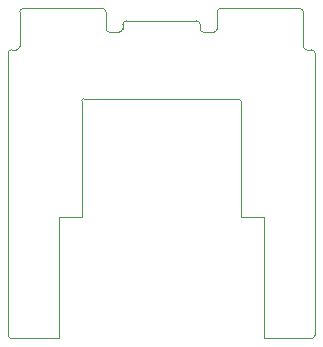
<source format=gbr>
%TF.GenerationSoftware,KiCad,Pcbnew,9.0.7*%
%TF.CreationDate,2026-02-26T13:16:19-05:00*%
%TF.ProjectId,Mouse Dongle Card,4d6f7573-6520-4446-9f6e-676c65204361,X1*%
%TF.SameCoordinates,Original*%
%TF.FileFunction,Profile,NP*%
%FSLAX46Y46*%
G04 Gerber Fmt 4.6, Leading zero omitted, Abs format (unit mm)*
G04 Created by KiCad (PCBNEW 9.0.7) date 2026-02-26 13:16:19*
%MOMM*%
%LPD*%
G01*
G04 APERTURE LIST*
%TA.AperFunction,Profile*%
%ADD10C,0.050000*%
%TD*%
%TA.AperFunction,Profile*%
%ADD11C,0.010000*%
%TD*%
G04 APERTURE END LIST*
D10*
X111268950Y-122000000D02*
X105331050Y-122000000D01*
X111268918Y-122000000D02*
G75*
G02*
X111568900Y-122300000I-18J-300000D01*
G01*
X120311050Y-124150000D02*
X120311050Y-121250000D01*
X99650000Y-138590000D02*
X99650000Y-148890000D01*
X120611050Y-124450000D02*
X121011050Y-124450000D01*
X121311050Y-148590000D02*
G75*
G02*
X121011050Y-148890050I-300050J0D01*
G01*
X95315850Y-124745200D02*
G75*
G02*
X95615850Y-124445150I300050J0D01*
G01*
X95611100Y-148890000D02*
X99650000Y-148890000D01*
X95611050Y-148890000D02*
G75*
G02*
X95311100Y-148590000I50J300000D01*
G01*
X121311050Y-148590000D02*
X121311050Y-124750000D01*
X96611050Y-120950000D02*
X103311050Y-120950000D01*
X113011050Y-122650000D02*
X113011050Y-121250000D01*
X105031050Y-122300000D02*
X105031050Y-122650000D01*
X120011050Y-120950000D02*
G75*
G02*
X120311000Y-121250000I-50J-300000D01*
G01*
X115050000Y-138590000D02*
X116950000Y-138590000D01*
X120611050Y-124450000D02*
G75*
G02*
X120311100Y-124150000I50J300000D01*
G01*
X95315850Y-124745200D02*
X95311050Y-148590000D01*
X116950000Y-138590000D02*
X116950000Y-148890000D01*
X111868918Y-122950000D02*
G75*
G02*
X111568900Y-122650000I-18J300000D01*
G01*
X120011050Y-120950000D02*
X113311050Y-120950000D01*
X96311050Y-121250000D02*
X96311050Y-124150000D01*
X103911050Y-122950000D02*
G75*
G02*
X103611100Y-122650000I50J300000D01*
G01*
X103611050Y-122650000D02*
X103611050Y-121250000D01*
X112711050Y-122950000D02*
X111868918Y-122950000D01*
X103911050Y-122950000D02*
X104731050Y-122950000D01*
X113011050Y-121250000D02*
G75*
G02*
X113311050Y-120949950I300050J0D01*
G01*
X113011050Y-122650000D02*
G75*
G02*
X112711050Y-122950050I-300050J0D01*
G01*
X96311050Y-124150000D02*
G75*
G02*
X96011050Y-124450050I-300050J0D01*
G01*
X111568918Y-122300000D02*
X111568918Y-122650000D01*
X96311050Y-121250000D02*
G75*
G02*
X96611050Y-120949950I300050J0D01*
G01*
X103311050Y-120950000D02*
G75*
G02*
X103611000Y-121250000I-50J-300000D01*
G01*
X105031050Y-122650000D02*
G75*
G02*
X104731050Y-122950050I-300050J0D01*
G01*
X96011050Y-124450000D02*
X95615850Y-124445200D01*
X121011050Y-124450000D02*
G75*
G02*
X121311000Y-124750000I-50J-300000D01*
G01*
X105031050Y-122300000D02*
G75*
G02*
X105331050Y-121999950I300050J0D01*
G01*
X116950000Y-148890000D02*
X121005523Y-148890000D01*
X101550000Y-138590000D02*
X99650000Y-138590000D01*
D11*
%TO.C,J1*%
X101550000Y-128760000D02*
X101550000Y-138590000D01*
X114880000Y-128590000D02*
X101720000Y-128590000D01*
X115050000Y-138590000D02*
X115050000Y-128760000D01*
X101550000Y-128760000D02*
G75*
G02*
X101720000Y-128590000I170001J-1D01*
G01*
X114880000Y-128590000D02*
G75*
G02*
X115050000Y-128760000I0J-170000D01*
G01*
%TD*%
M02*

</source>
